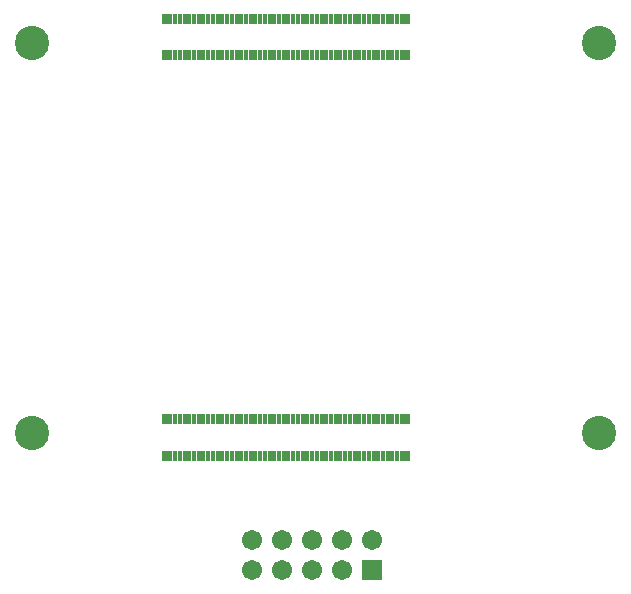
<source format=gbs>
G04*
G04 #@! TF.GenerationSoftware,Altium Limited,Altium Designer,24.4.1 (13)*
G04*
G04 Layer_Color=16711935*
%FSLAX44Y44*%
%MOMM*%
G71*
G04*
G04 #@! TF.SameCoordinates,04CD6EF2-C197-4A20-A1F8-E206C623F04C*
G04*
G04*
G04 #@! TF.FilePolarity,Negative*
G04*
G01*
G75*
%ADD67R,0.4032X0.9032*%
%ADD78C,2.9032*%
%ADD79C,1.7032*%
%ADD80R,1.7032X1.7032*%
%ADD96R,0.5032X0.9032*%
D67*
X348000Y385750D02*
D03*
Y354950D02*
D03*
X344000Y385750D02*
D03*
Y354950D02*
D03*
X340000Y385750D02*
D03*
Y354950D02*
D03*
X336000Y385750D02*
D03*
Y354950D02*
D03*
X332000Y385750D02*
D03*
Y354950D02*
D03*
X328000Y385750D02*
D03*
Y354950D02*
D03*
X324000Y385750D02*
D03*
Y354950D02*
D03*
X320000Y385750D02*
D03*
Y354950D02*
D03*
X316000Y385750D02*
D03*
X312000D02*
D03*
Y354950D02*
D03*
X308000Y385750D02*
D03*
Y354950D02*
D03*
X304000Y385750D02*
D03*
Y354950D02*
D03*
X300000Y385750D02*
D03*
Y354950D02*
D03*
X296000Y385750D02*
D03*
Y354950D02*
D03*
X292000Y385750D02*
D03*
Y354950D02*
D03*
X288000Y385750D02*
D03*
Y354950D02*
D03*
X284000Y385750D02*
D03*
Y354950D02*
D03*
X280000Y385750D02*
D03*
Y354950D02*
D03*
X276000Y385750D02*
D03*
Y354950D02*
D03*
X272000Y385750D02*
D03*
Y354950D02*
D03*
X268000Y385750D02*
D03*
Y354950D02*
D03*
X264000Y385750D02*
D03*
Y354950D02*
D03*
X260000Y385750D02*
D03*
Y354950D02*
D03*
X256000Y385750D02*
D03*
Y354950D02*
D03*
X252000Y385750D02*
D03*
Y354950D02*
D03*
X248000Y385750D02*
D03*
Y354950D02*
D03*
X244000Y385750D02*
D03*
Y354950D02*
D03*
X240000Y385750D02*
D03*
Y354950D02*
D03*
X236000Y385750D02*
D03*
Y354950D02*
D03*
X232000Y385750D02*
D03*
Y354950D02*
D03*
X228000Y385750D02*
D03*
Y354950D02*
D03*
X224000Y385750D02*
D03*
Y354950D02*
D03*
X220000Y385750D02*
D03*
Y354950D02*
D03*
X216000Y385750D02*
D03*
Y354950D02*
D03*
X212000Y385750D02*
D03*
Y354950D02*
D03*
X208000Y385750D02*
D03*
Y354950D02*
D03*
X204000Y385750D02*
D03*
Y354950D02*
D03*
X200000Y385750D02*
D03*
Y354950D02*
D03*
X196000Y385750D02*
D03*
Y354950D02*
D03*
X192000Y385750D02*
D03*
Y354950D02*
D03*
X188000Y385750D02*
D03*
Y354950D02*
D03*
X184000Y385750D02*
D03*
Y354950D02*
D03*
X180000Y385750D02*
D03*
Y354950D02*
D03*
X176000Y385750D02*
D03*
Y354950D02*
D03*
X172000Y385750D02*
D03*
Y354950D02*
D03*
X168000Y385750D02*
D03*
Y354950D02*
D03*
X164000Y385750D02*
D03*
Y354950D02*
D03*
X160000Y385750D02*
D03*
Y354950D02*
D03*
X156000Y385750D02*
D03*
Y354950D02*
D03*
X152000Y385750D02*
D03*
Y354950D02*
D03*
X348000Y46550D02*
D03*
Y15750D02*
D03*
X344000Y46550D02*
D03*
Y15750D02*
D03*
X340000Y46550D02*
D03*
Y15750D02*
D03*
X336000Y46550D02*
D03*
Y15750D02*
D03*
X332000Y46550D02*
D03*
Y15750D02*
D03*
X328000Y46550D02*
D03*
Y15750D02*
D03*
X324000Y46550D02*
D03*
Y15750D02*
D03*
X320000Y46550D02*
D03*
Y15750D02*
D03*
X316000Y46550D02*
D03*
Y15750D02*
D03*
X312000Y46550D02*
D03*
Y15750D02*
D03*
X308000Y46550D02*
D03*
Y15750D02*
D03*
X304000Y46550D02*
D03*
Y15750D02*
D03*
X300000Y46550D02*
D03*
Y15750D02*
D03*
X296000Y46550D02*
D03*
Y15750D02*
D03*
X292000Y46550D02*
D03*
Y15750D02*
D03*
X288000Y46550D02*
D03*
Y15750D02*
D03*
X284000Y46550D02*
D03*
Y15750D02*
D03*
X280000Y46550D02*
D03*
Y15750D02*
D03*
X276000Y46550D02*
D03*
Y15750D02*
D03*
X272000Y46550D02*
D03*
Y15750D02*
D03*
X268000Y46550D02*
D03*
Y15750D02*
D03*
X264000Y46550D02*
D03*
Y15750D02*
D03*
X260000Y46550D02*
D03*
Y15750D02*
D03*
X256000Y46550D02*
D03*
Y15750D02*
D03*
X252000Y46550D02*
D03*
Y15750D02*
D03*
X248000Y46550D02*
D03*
Y15750D02*
D03*
X244000Y46550D02*
D03*
Y15750D02*
D03*
X240000Y46550D02*
D03*
Y15750D02*
D03*
X236000Y46550D02*
D03*
Y15750D02*
D03*
X232000Y46550D02*
D03*
Y15750D02*
D03*
X228000Y46550D02*
D03*
Y15750D02*
D03*
X224000Y46550D02*
D03*
Y15750D02*
D03*
X220000Y46550D02*
D03*
Y15750D02*
D03*
X216000Y46550D02*
D03*
Y15750D02*
D03*
X212000Y46550D02*
D03*
Y15750D02*
D03*
X208000Y46550D02*
D03*
Y15750D02*
D03*
X204000Y46550D02*
D03*
Y15750D02*
D03*
X200000Y46550D02*
D03*
Y15750D02*
D03*
X196000Y46550D02*
D03*
Y15750D02*
D03*
X192000Y46550D02*
D03*
Y15750D02*
D03*
X188000Y46550D02*
D03*
Y15750D02*
D03*
X184000Y46550D02*
D03*
Y15750D02*
D03*
X180000Y46550D02*
D03*
Y15750D02*
D03*
X176000Y46550D02*
D03*
Y15750D02*
D03*
X172000Y46550D02*
D03*
Y15750D02*
D03*
X168000Y46550D02*
D03*
Y15750D02*
D03*
X164000Y46550D02*
D03*
Y15750D02*
D03*
X160000Y46550D02*
D03*
Y15750D02*
D03*
X156000Y46550D02*
D03*
Y15750D02*
D03*
X152000Y46550D02*
D03*
Y15750D02*
D03*
X316000Y354950D02*
D03*
D78*
X35000Y35000D02*
D03*
X515000Y365036D02*
D03*
X35000Y365000D02*
D03*
X515000Y35000D02*
D03*
D79*
X221200Y-55300D02*
D03*
Y-80700D02*
D03*
X246600Y-55300D02*
D03*
Y-80700D02*
D03*
X297400Y-55300D02*
D03*
X272000Y-80700D02*
D03*
Y-55300D02*
D03*
X322800D02*
D03*
X297400Y-80700D02*
D03*
D80*
X322800D02*
D03*
D96*
X147447Y15750D02*
D03*
Y46550D02*
D03*
X352552D02*
D03*
Y15748D02*
D03*
Y354950D02*
D03*
Y385750D02*
D03*
X147447D02*
D03*
Y354950D02*
D03*
M02*

</source>
